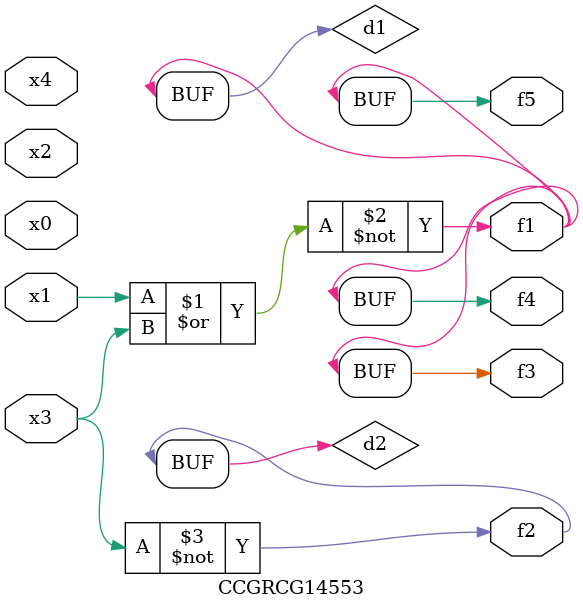
<source format=v>
module CCGRCG14553(
	input x0, x1, x2, x3, x4,
	output f1, f2, f3, f4, f5
);

	wire d1, d2;

	nor (d1, x1, x3);
	not (d2, x3);
	assign f1 = d1;
	assign f2 = d2;
	assign f3 = d1;
	assign f4 = d1;
	assign f5 = d1;
endmodule

</source>
